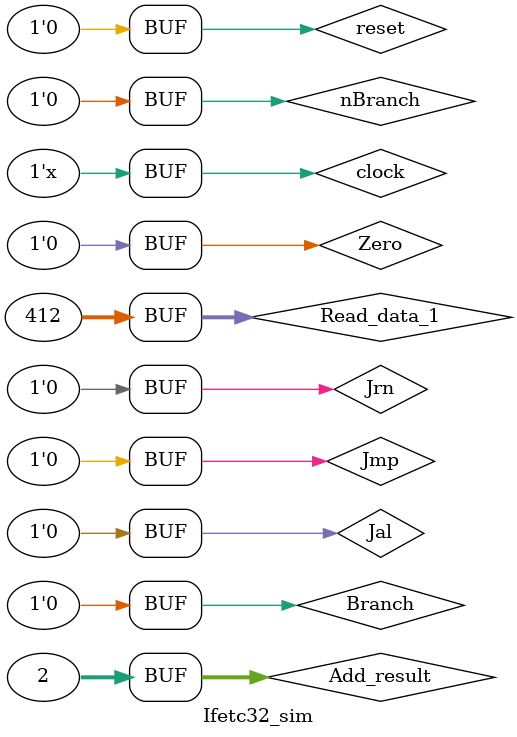
<source format=v>
`timescale 1ns / 1ps

module Ifetc32_sim();
    // input
    reg[31:0]  Add_result = 32'h00000000;
    reg[31:0]  Read_data_1 = 32'h00000000;
    reg        Branch = 1'b0;
    reg        nBranch = 1'b0;
    reg        Jmp = 1'b0;
    reg        Jal = 1'b0;
    reg        Jrn = 1'b0;
    reg        Zero = 1'b0;
    reg        clock = 1'b0,reset = 1'b1;

    // output
    wire[31:0] Instruction;            // Êä³öÖ¸Áî
    wire[31:0] next_PC;
    wire[31:0] PC_plus_4_out;
    wire[31:0] opcplus4;
    wire[31:0] PC;
    wire[13:0] PC15_2;
        
    Ifetc32 Uifetch(Instruction,Add_result,
            Read_data_1,next_PC,PC_plus_4_out,Branch,nBranch,Jmp,Jal,Jrn,Zero,
            clock,reset,opcplus4,PC,PC15_2);

    initial begin
        #100   reset = 1'b0;
        #100   Jal = 1;
        #100   begin Jrn = 1;Jal = 0; Read_data_1 = 32'h0000019c;end
        #100   begin Jrn = 0;Branch = 1'b1; Zero = 1'b1; Add_result = 32'h00000002;end
        #100   begin Branch = 1'b0; Zero = 1'b0; end
    end
    
    always #50 clock = ~clock;
endmodule
</source>
